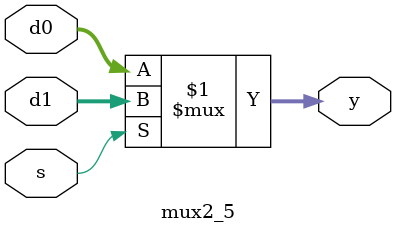
<source format=sv>
module mux2_5(
    input logic s,
    input logic [4:0] d0, d1,
    output logic [4:0] y);

    assign y = s ? d1 : d0;
endmodule

</source>
